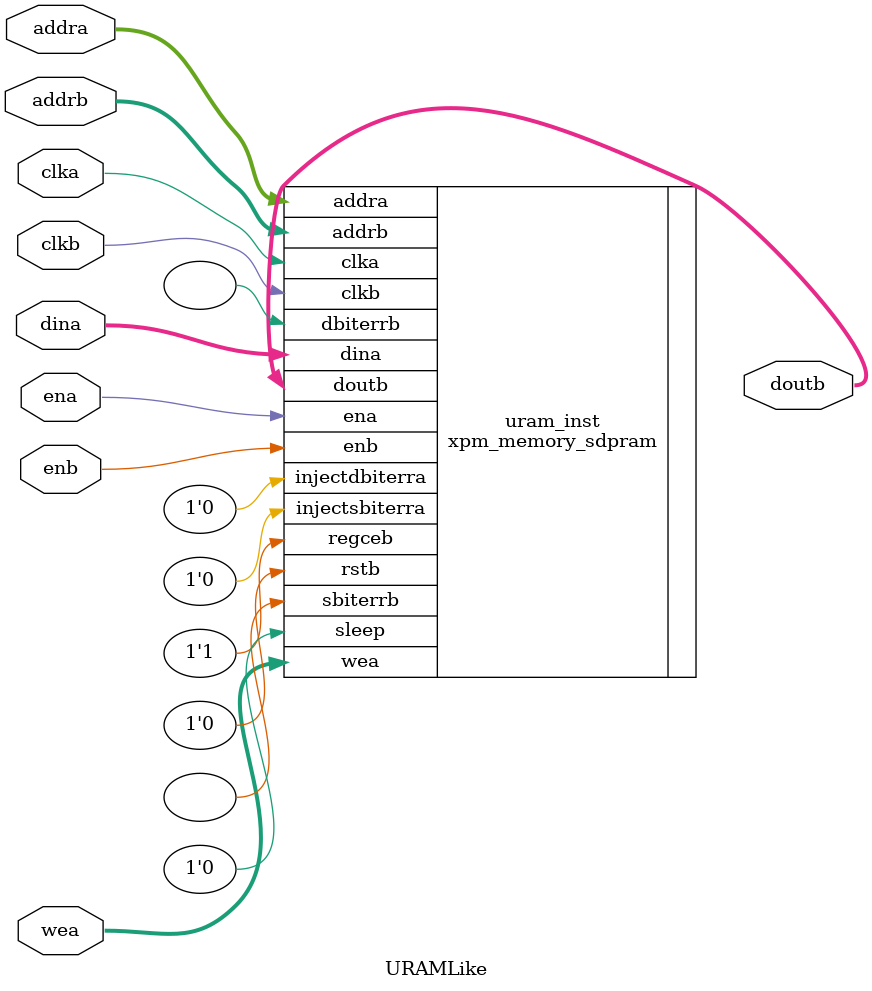
<source format=v>
/*
 Instruction-Level Power Side-Channel Leakage Evaluation of Soft-Core CPUs on Shared FPGAs
 Copyright 2023, School of Computer and Communication Sciences, EPFL.

 All rights reserved. Use of this source code is governed by a
 BSD-style license that can be found in the LICENSE.md file. 
 */

module URAMLike #(
  parameter DATA_WIDTH = 64,
  parameter ADDR_WIDTH = 12
)(
    input  clka,
    input  ena,
    input  [DATA_WIDTH/8-1:0] wea,
    input  [ADDR_WIDTH-1  :0] addra,
    input  [DATA_WIDTH-1  :0] dina,
 
    input  clkb,
    input  enb,
    input  [ADDR_WIDTH-1  :0] addrb,
    output [DATA_WIDTH-1  :0] doutb
);
  xpm_memory_sdpram #(
    .MEMORY_SIZE((1 << ADDR_WIDTH) * DATA_WIDTH),
    .MEMORY_PRIMITIVE("ultra"),      
    .CLOCKING_MODE("common_clock"), 
    .MEMORY_INIT_FILE("none"),      
    .MEMORY_INIT_PARAM("0"),        
    .USE_MEM_INIT(1),               
    .WAKEUP_TIME("disable_sleep"),  
    .MESSAGE_CONTROL(0),            
    .ECC_MODE("no_ecc"),            
    .AUTO_SLEEP_TIME(0),            
    .WRITE_DATA_WIDTH_A(DATA_WIDTH),
    .BYTE_WRITE_WIDTH_A(8),         
    .ADDR_WIDTH_A(ADDR_WIDTH),      
    .READ_DATA_WIDTH_B(DATA_WIDTH), 
    .ADDR_WIDTH_B(ADDR_WIDTH),      
    .READ_RESET_VALUE_B("0"),       
    .READ_LATENCY_B(2),             
    .WRITE_MODE_B("read_first")
  )
  uram_inst (
    // Common module ports
    .sleep (1'b0),
    // Port A module ports
    .clka           (clka),
    .ena            (ena),
    .wea            (wea),
    .addra          (addra),
    .dina           (dina),
    .injectsbiterra (1'b0),
    .injectdbiterra (1'b0),
    // Port B module ports
    .clkb           (clkb),
    .rstb           (1'b0),
    .enb            (enb),
    .regceb         (1'b1),
    .addrb          (addrb),
    .doutb          (doutb),
    .sbiterrb       (),
    .dbiterrb       ()
  );

endmodule

</source>
